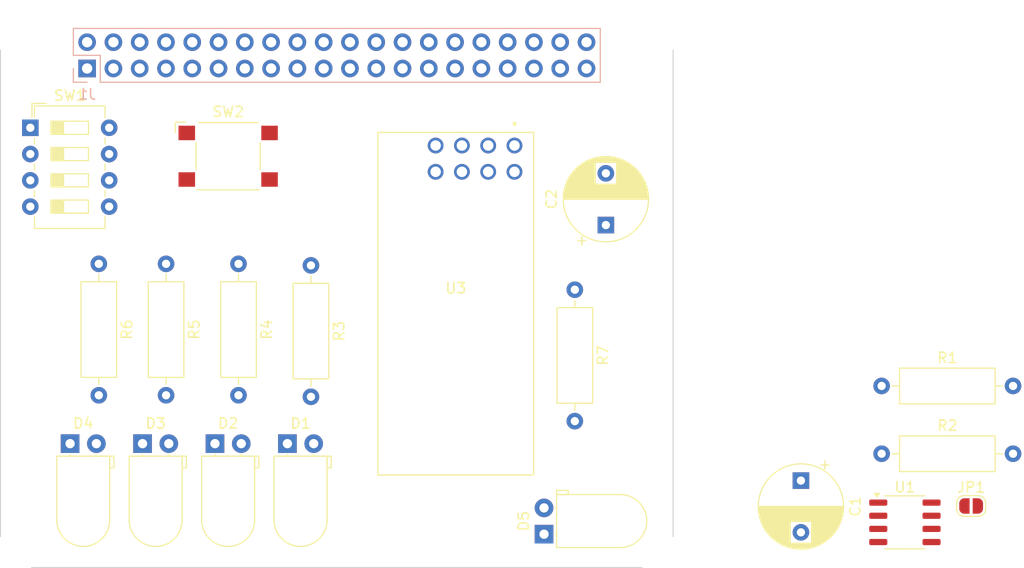
<source format=kicad_pcb>
(kicad_pcb (version 20240108) (generator "pcbnew") (generator_version "8.0")
  (title_block (date "15 nov 2012"))
  (layers (0 "F.Cu" signal) (31 "B.Cu" signal) (34 "B.Paste" user) (35 "F.Paste" user) (36 "B.SilkS" user "B.Silkscreen") (37 "F.SilkS" user "F.Silkscreen") (38 "B.Mask" user) (39 "F.Mask" user) (44 "Edge.Cuts" user))
  (net 0 "")
  (net 1 "GND")
  (net 2 "/GPIO2{slash}SDA1")
  (net 3 "/GPIO3{slash}SCL1")
  (net 4 "/GPIO4{slash}GPCLK0")
  (net 5 "/GPIO14{slash}TXD0")
  (net 6 "/GPIO15{slash}RXD0")
  (net 7 "/GPIO17")
  (net 8 "/GPIO18{slash}PCM.CLK")
  (net 9 "/GPIO27")
  (net 10 "/GPIO22")
  (net 11 "/GPIO23")
  (net 12 "/GPIO26")
  (net 13 "/GPIO24")
  (net 14 "/GPIO10{slash}SPI0.MOSI")
  (net 15 "/GPIO9{slash}SPI0.MISO")
  (net 16 "Net-(D1-A)")
  (net 17 "/GPIO11{slash}SPI0.SCLK")
  (net 18 "CSN")
  (net 19 "/GPIO7{slash}SPI0.CE1")
  (net 20 "/ID_SDA")
  (net 21 "/ID_SCL")
  (net 22 "/GPIO5")
  (net 23 "/GPIO6")
  (net 24 "/GPIO12{slash}PWM0")
  (net 25 "/GPIO13{slash}PWM1")
  (net 26 "/GPIO19{slash}PCM.FS")
  (net 27 "/GPIO16")
  (net 28 "/GPIO20{slash}PCM.DIN")
  (net 29 "/GPIO21{slash}PCM.DOUT")
  (net 30 "+5V")
  (net 31 "+3V3")
  (net 32 "CE")
  (net 33 "Net-(R3-Pad1)")
  (net 34 "Net-(R4-Pad1)")
  (net 35 "Net-(D2-A)")
  (net 36 "Net-(R5-Pad1)")
  (net 37 "Net-(D3-A)")
  (net 38 "Net-(R6-Pad1)")
  (net 39 "Net-(D4-A)")
  (net 40 "Net-(D5-A)")
  (net 41 "Net-(JP1-A)")
  (footprint "MountingHole:MountingHole_2.7mm_M2.5" (layer "F.Cu") (at 161.5 73.5)
    (property "Reference" "MH2" (hide yes))
    (property "Value" "MountingHole_2.7mm_M2.5" (hide yes))
    (pad "" np_thru_hole circle (at 0 0) (size 2.7 2.7) (drill 2.7) (layers "*.Cu" "*.Mask"))
  )
  (footprint "Resistor_THT:R_Axial_DIN0309_L9.0mm_D3.2mm_P12.70mm_Horizontal" (layer "F.Cu") (at 109.5 93.65 -90)
    (property "Reference" "R6" (at 6.35 -2.72 90) (layer "F.SilkS"))
    (property "Value" "220")
    (pad "1" thru_hole circle (at 0 0 270) (size 1.6 1.6) (drill 0.8) (layers "*.Cu" "*.Mask") (net 38 "Net-(R6-Pad1)"))
    (pad "2" thru_hole oval (at 12.7 0 270) (size 1.6 1.6) (drill 0.8) (layers "*.Cu" "*.Mask") (net 39 "Net-(D4-A)"))
  )
  (footprint "LED_THT:LED_D5.0mm_Horizontal_O1.27mm_Z3.0mm" (layer "F.Cu") (at 120.725 111.025)
    (property "Reference" "D2" (at 1.27 -1.96 0) (layer "F.SilkS"))
    (property "Value" "LED")
    (pad "1" thru_hole rect (at 0 0) (size 1.8 1.8) (drill 0.9) (layers "*.Cu" "*.Mask") (net 1 "GND"))
    (pad "2" thru_hole circle (at 2.54 0) (size 1.8 1.8) (drill 0.9) (layers "*.Cu" "*.Mask") (net 35 "Net-(D2-A)"))
  )
  (footprint "LED_THT:LED_D5.0mm_Horizontal_O1.27mm_Z3.0mm" (layer "F.Cu") (at 106.725 111.025)
    (property "Reference" "D4" (at 1.27 -1.96 0) (layer "F.SilkS"))
    (property "Value" "LED")
    (pad "1" thru_hole rect (at 0 0) (size 1.8 1.8) (drill 0.9) (layers "*.Cu" "*.Mask") (net 1 "GND"))
    (pad "2" thru_hole circle (at 2.54 0) (size 1.8 1.8) (drill 0.9) (layers "*.Cu" "*.Mask") (net 39 "Net-(D4-A)"))
  )
  (footprint "Resistor_THT:R_Axial_DIN0309_L9.0mm_D3.2mm_P12.70mm_Horizontal" (layer "F.Cu") (at 185.15 105.45)
    (property "Reference" "R1" (at 6.35 -2.72 0) (layer "F.SilkS"))
    (property "Value" "3.9k")
    (pad "1" thru_hole circle (at 0 0) (size 1.6 1.6) (drill 0.8) (layers "*.Cu" "*.Mask") (net 31 "+3V3"))
    (pad "2" thru_hole oval (at 12.7 0) (size 1.6 1.6) (drill 0.8) (layers "*.Cu" "*.Mask") (net 20 "/ID_SDA"))
  )
  (footprint "Button_Switch_SMD:SW_SPST_Omron_B3FS-101xP" (layer "F.Cu") (at 122 83.25)
    (property "Reference" "SW2" (at 0 -4.3 360) (layer "F.SilkS"))
    (property "Value" "SW_Nidec_CAS-120A1")
    (pad "1" smd rect (at -4 -2.25 180) (size 1.6 1.4) (layers "F.Cu" "F.Paste" "F.Mask") (net 1 "GND"))
    (pad "1" smd rect (at 4 -2.25 180) (size 1.6 1.4) (layers "F.Cu" "F.Paste" "F.Mask") (net 1 "GND"))
    (pad "2" smd rect (at -4 2.25 180) (size 1.6 1.4) (layers "F.Cu" "F.Paste" "F.Mask") (net 3 "/GPIO3{slash}SCL1"))
    (pad "2" smd rect (at 4 2.25 180) (size 1.6 1.4) (layers "F.Cu" "F.Paste" "F.Mask") (net 3 "/GPIO3{slash}SCL1"))
  )
  (footprint "LED_THT:LED_D5.0mm_Horizontal_O1.27mm_Z3.0mm" (layer "F.Cu") (at 127.725 111.025)
    (property "Reference" "D1" (at 1.27 -1.96 360) (layer "F.SilkS"))
    (property "Value" "LED")
    (pad "1" thru_hole rect (at 0 0) (size 1.8 1.8) (drill 0.9) (layers "*.Cu" "*.Mask") (net 1 "GND"))
    (pad "2" thru_hole circle (at 2.54 0) (size 1.8 1.8) (drill 0.9) (layers "*.Cu" "*.Mask") (net 16 "Net-(D1-A)"))
  )
  (footprint "Resistor_THT:R_Axial_DIN0309_L9.0mm_D3.2mm_P12.70mm_Horizontal" (layer "F.Cu") (at 116 93.65 -90)
    (property "Reference" "R5" (at 6.35 -2.72 90) (layer "F.SilkS"))
    (property "Value" "220")
    (pad "1" thru_hole circle (at 0 0 270) (size 1.6 1.6) (drill 0.8) (layers "*.Cu" "*.Mask") (net 36 "Net-(R5-Pad1)"))
    (pad "2" thru_hole oval (at 12.7 0 270) (size 1.6 1.6) (drill 0.8) (layers "*.Cu" "*.Mask") (net 37 "Net-(D3-A)"))
  )
  (footprint "LED_THT:LED_D5.0mm_Horizontal_O1.27mm_Z3.0mm" (layer "F.Cu") (at 152.525 119.775 90)
    (property "Reference" "D5" (at 1.27 -1.96 90) (layer "F.SilkS"))
    (property "Value" "LED")
    (pad "1" thru_hole rect (at 0 0 90) (size 1.8 1.8) (drill 0.9) (layers "*.Cu" "*.Mask") (net 1 "GND"))
    (pad "2" thru_hole circle (at 2.54 0 90) (size 1.8 1.8) (drill 0.9) (layers "*.Cu" "*.Mask") (net 40 "Net-(D5-A)"))
  )
  (footprint "MountingHole:MountingHole_2.7mm_M2.5" (layer "F.Cu") (at 103.5 96.5)
    (property "Reference" "MH3" (hide yes))
    (property "Value" "MountingHole_2.7mm_M2.5" (hide yes))
    (pad "" np_thru_hole circle (at 0 0) (size 2.7 2.7) (drill 2.7) (layers "*.Cu" "*.Mask"))
  )
  (footprint "MountingHole:MountingHole_2.7mm_M2.5" (layer "F.Cu") (at 103.5 73.5)
    (property "Reference" "MH1" (hide yes))
    (property "Value" "MountingHole_2.7mm_M2.5" (hide yes))
    (pad "" np_thru_hole circle (at 0 0) (size 2.7 2.7) (drill 2.7) (layers "*.Cu" "*.Mask"))
  )
  (footprint "Resistor_THT:R_Axial_DIN0309_L9.0mm_D3.2mm_P12.70mm_Horizontal" (layer "F.Cu") (at 123 93.65 -90)
    (property "Reference" "R4" (at 6.35 -2.72 90) (layer "F.SilkS"))
    (property "Value" "220")
    (pad "1" thru_hole circle (at 0 0 270) (size 1.6 1.6) (drill 0.8) (layers "*.Cu" "*.Mask") (net 34 "Net-(R4-Pad1)"))
    (pad "2" thru_hole oval (at 12.7 0 270) (size 1.6 1.6) (drill 0.8) (layers "*.Cu" "*.Mask") (net 35 "Net-(D2-A)"))
  )
  (footprint "Button_Switch_THT:SW_DIP_SPSTx04_Slide_6.7x11.72mm_W7.62mm_P2.54mm_LowProfile" (layer "F.Cu") (at 102.88 80.5)
    (property "Reference" "SW1" (at 3.81 -3.11 360) (layer "F.SilkS"))
    (property "Value" "SW_DIP_x04")
    (pad "1" thru_hole rect (at 0 0) (size 1.6 1.6) (drill 0.8) (layers "*.Cu" "*.Mask") (net 6 "/GPIO15{slash}RXD0"))
    (pad "2" thru_hole oval (at 0 2.54) (size 1.6 1.6) (drill 0.8) (layers "*.Cu" "*.Mask") (net 8 "/GPIO18{slash}PCM.CLK"))
    (pad "3" thru_hole oval (at 0 5.08) (size 1.6 1.6) (drill 0.8) (layers "*.Cu" "*.Mask") (net 11 "/GPIO23"))
    (pad "4" thru_hole oval (at 0 7.62) (size 1.6 1.6) (drill 0.8) (layers "*.Cu" "*.Mask") (net 13 "/GPIO24"))
    (pad "5" thru_hole oval (at 7.62 7.62) (size 1.6 1.6) (drill 0.8) (layers "*.Cu" "*.Mask") (net 38 "Net-(R6-Pad1)"))
    (pad "6" thru_hole oval (at 7.62 5.08) (size 1.6 1.6) (drill 0.8) (layers "*.Cu" "*.Mask") (net 36 "Net-(R5-Pad1)"))
    (pad "7" thru_hole oval (at 7.62 2.54) (size 1.6 1.6) (drill 0.8) (layers "*.Cu" "*.Mask") (net 34 "Net-(R4-Pad1)"))
    (pad "8" thru_hole oval (at 7.62 0) (size 1.6 1.6) (drill 0.8) (layers "*.Cu" "*.Mask") (net 33 "Net-(R3-Pad1)"))
  )
  (footprint "MountingHole:MountingHole_2.7mm_M2.5" (layer "F.Cu") (at 161.5 96.5)
    (property "Reference" "MH4" (hide yes))
    (property "Value" "MountingHole_2.7mm_M2.5" (hide yes))
    (pad "" np_thru_hole circle (at 0 0) (size 2.7 2.7) (drill 2.7) (layers "*.Cu" "*.Mask"))
  )
  (footprint "NRF24L01P-MODULE-PCB:XCVR_NRF24L01P-MODULE-PCB" (layer "F.Cu") (at 144 97.5 -90)
    (property "Reference" "U3" (at -1.5 0 180) (layer "F.SilkS"))
    (property "Value" "NRF24L01P")
    (pad "1" thru_hole circle (at -15.2844 -5.6689 270) (size 1.524 1.524) (drill 1.016) (layers "*.Cu" "*.Mask") (net 1 "GND"))
    (pad "2" thru_hole circle (at -12.7445 -5.6689 270) (size 1.524 1.524) (drill 1.016) (layers "*.Cu" "*.Mask") (net 31 "+3V3"))
    (pad "3" thru_hole circle (at -15.2844 -3.1289 270) (size 1.524 1.524) (drill 1.016) (layers "*.Cu" "*.Mask") (net 32 "CE"))
    (pad "4" thru_hole circle (at -12.7445 -3.1289 270) (size 1.524 1.524) (drill 1.016) (layers "*.Cu" "*.Mask") (net 18 "CSN"))
    (pad "5" thru_hole circle (at -15.2844 -0.5889 270) (size 1.524 1.524) (drill 1.016) (layers "*.Cu" "*.Mask") (net 17 "/GPIO11{slash}SPI0.SCLK"))
    (pad "6" thru_hole circle (at -12.7445 -0.5889 270) (size 1.524 1.524) (drill 1.016) (layers "*.Cu" "*.Mask") (net 14 "/GPIO10{slash}SPI0.MOSI"))
    (pad "7" thru_hole circle (at -15.2844 1.9511 270) (size 1.524 1.524) (drill 1.016) (layers "*.Cu" "*.Mask") (net 15 "/GPIO9{slash}SPI0.MISO"))
    (pad "8" thru_hole circle (at -12.7445 1.9511 270) (size 1.524 1.524) (drill 1.016) (layers "*.Cu" "*.Mask"))
  )
  (footprint "Jumper:SolderJumper-2_P1.3mm_Open_RoundedPad1.0x1.5mm" (layer "F.Cu") (at 193.8 117.05)
    (property "Reference" "JP1" (at 0 -1.8 0) (layer "F.SilkS"))
    (property "Value" "ID_WP")
    (pad "1" smd custom (at -0.65 0) (size 1 0.5) (layers "F.Cu" "F.Mask") (net 41 "Net-(JP1-A)") (options (clearance outline) (anchor rect)) (primitives (gr_circle (center 0 0.25) (end 0.5 0.25) (width 0) (fill yes)) (gr_circle (center 0 -0.25) (end 0.5 -0.25) (width 0) (fill yes)) (gr_poly (pts (xy 0.5 0.75) (xy 0 0.75) (xy 0 -0.75) (xy 0.5 -0.75)) (width 0) (fill yes))))
    (pad "2" smd custom (at 0.65 0) (size 1 0.5) (layers "F.Cu" "F.Mask") (net 31 "+3V3") (options (clearance outline) (anchor rect)) (primitives (gr_circle (center 0 0.25) (end 0.5 0.25) (width 0) (fill yes)) (gr_circle (center 0 -0.25) (end 0.5 -0.25) (width 0) (fill yes)) (gr_poly (pts (xy 0 0.75) (xy -0.5 0.75) (xy -0.5 -0.75) (xy 0 -0.75)) (width 0) (fill yes))))
  )
  (footprint "Capacitor_THT:CP_Radial_D8.0mm_P5.00mm" (layer "F.Cu") (at 158.5 89.902651 90)
    (property "Reference" "C2" (at 2.5 -5.25 90) (layer "F.SilkS"))
    (property "Value" "47uF")
    (pad "1" thru_hole rect (at 0 0 90) (size 1.6 1.6) (drill 0.8) (layers "*.Cu" "*.Mask") (net 31 "+3V3"))
    (pad "2" thru_hole circle (at 5 0 90) (size 1.6 1.6) (drill 0.8) (layers "*.Cu" "*.Mask") (net 1 "GND"))
  )
  (footprint "Resistor_THT:R_Axial_DIN0309_L9.0mm_D3.2mm_P12.70mm_Horizontal" (layer "F.Cu") (at 130 93.8 -90)
    (property "Reference" "R3" (at 6.35 -2.72 90) (layer "F.SilkS"))
    (property "Value" "220")
    (pad "1" thru_hole circle (at 0 0 270) (size 1.6 1.6) (drill 0.8) (layers "*.Cu" "*.Mask") (net 33 "Net-(R3-Pad1)"))
    (pad "2" thru_hole oval (at 12.7 0 270) (size 1.6 1.6) (drill 0.8) (layers "*.Cu" "*.Mask") (net 16 "Net-(D1-A)"))
  )
  (footprint "LED_THT:LED_D5.0mm_Horizontal_O1.27mm_Z3.0mm" (layer "F.Cu") (at 113.725 111.025)
    (property "Reference" "D3" (at 1.27 -1.96 0) (layer "F.SilkS"))
    (property "Value" "LED")
    (pad "1" thru_hole rect (at 0 0) (size 1.8 1.8) (drill 0.9) (layers "*.Cu" "*.Mask") (net 1 "GND"))
    (pad "2" thru_hole circle (at 2.54 0) (size 1.8 1.8) (drill 0.9) (layers "*.Cu" "*.Mask") (net 37 "Net-(D3-A)"))
  )
  (footprint "Package_SO:SO-8_3.9x4.9mm_P1.27mm" (layer "F.Cu") (at 187.4 118.63)
    (property "Reference" "U1" (at 0 -3.4 0) (layer "F.SilkS"))
    (property "Value" "CAT24C256")
    (pad "1" smd roundrect (at -2.575 -1.905) (size 1.75 0.6) (layers "F.Cu" "F.Paste" "F.Mask"))
    (pad "2" smd roundrect (at -2.575 -0.635) (size 1.75 0.6) (layers "F.Cu" "F.Paste" "F.Mask"))
    (pad "3" smd roundrect (at -2.575 0.635) (size 1.75 0.6) (layers "F.Cu" "F.Paste" "F.Mask"))
    (pad "4" smd roundrect (at -2.575 1.905) (size 1.75 0.6) (layers "F.Cu" "F.Paste" "F.Mask") (net 1 "GND"))
    (pad "5" smd roundrect (at 2.575 1.905) (size 1.75 0.6) (layers "F.Cu" "F.Paste" "F.Mask") (net 20 "/ID_SDA"))
    (pad "6" smd roundrect (at 2.575 0.635) (size 1.75 0.6) (layers "F.Cu" "F.Paste" "F.Mask") (net 21 "/ID_SCL"))
    (pad "7" smd roundrect (at 2.575 -0.635) (size 1.75 0.6) (layers "F.Cu" "F.Paste" "F.Mask") (net 41 "Net-(JP1-A)"))
    (pad "8" smd roundrect (at 2.575 -1.905) (size 1.75 0.6) (layers "F.Cu" "F.Paste" "F.Mask") (net 31 "+3V3"))
  )
  (footprint "Resistor_THT:R_Axial_DIN0309_L9.0mm_D3.2mm_P12.70mm_Horizontal" (layer "F.Cu") (at 155.5 96.15 -90)
    (property "Reference" "R7" (at 6.35 -2.72 90) (layer "F.SilkS"))
    (property "Value" "220")
    (pad "1" thru_hole circle (at 0 0 270) (size 1.6 1.6) (drill 0.8) (layers "*.Cu" "*.Mask") (net 29 "/GPIO21{slash}PCM.DOUT"))
    (pad "2" thru_hole oval (at 12.7 0 270) (size 1.6 1.6) (drill 0.8) (layers "*.Cu" "*.Mask") (net 40 "Net-(D5-A)"))
  )
  (footprint "Resistor_THT:R_Axial_DIN0309_L9.0mm_D3.2mm_P12.70mm_Horizontal" (layer "F.Cu") (at 185.15 112)
    (property "Reference" "R2" (at 6.35 -2.72 0) (layer "F.SilkS"))
    (property "Value" "3.9k")
    (pad "1" thru_hole circle (at 0 0) (size 1.6 1.6) (drill 0.8) (layers "*.Cu" "*.Mask") (net 31 "+3V3"))
    (pad "2" thru_hole oval (at 12.7 0) (size 1.6 1.6) (drill 0.8) (layers "*.Cu" "*.Mask") (net 21 "/ID_SCL"))
  )
  (footprint "Capacitor_THT:CP_Radial_D8.0mm_P5.00mm" (layer "F.Cu") (at 177.35 114.597349 -90)
    (property "Reference" "C1" (at 2.5 -5.25 90) (layer "F.SilkS"))
    (property "Value" "100n")
    (pad "1" thru_hole rect (at 0 0 270) (size 1.6 1.6) (drill 0.8) (layers "*.Cu" "*.Mask") (net 31 "+3V3"))
    (pad "2" thru_hole circle (at 5 0 270) (size 1.6 1.6) (drill 0.8) (layers "*.Cu" "*.Mask") (net 1 "GND"))
  )
  (footprint "Connector_PinSocket_2.54mm:PinSocket_2x20_P2.54mm_Vertical" (layer "B.Cu") (at 108.37 74.77 -90)
    (property "Reference" "J1" (at 2.5 0 0) (layer "B.SilkS") (effects (justify mirror)))
    (property "Value" "GPIO")
    (pad "1" thru_hole rect (at 0 0 270) (size 1.7 1.7) (drill 1) (layers "*.Cu" "*.Mask") (net 31 "+3V3"))
    (pad "2" thru_hole oval (at -2.54 0 270) (size 1.7 1.7) (drill 1) (layers "*.Cu" "*.Mask") (net 30 "+5V"))
    (pad "3" thru_hole oval (at 0 -2.54 270) (size 1.7 1.7) (drill 1) (layers "*.Cu" "*.Mask") (net 2 "/GPIO2{slash}SDA1"))
    (pad "4" thru_hole oval (at -2.54 -2.54 270) (size 1.7 1.7) (drill 1) (layers "*.Cu" "*.Mask") (net 30 "+5V"))
    (pad "5" thru_hole oval (at 0 -5.08 270) (size 1.7 1.7) (drill 1) (layers "*.Cu" "*.Mask") (net 3 "/GPIO3{slash}SCL1"))
    (pad "6" thru_hole oval (at -2.54 -5.08 270) (size 1.7 1.7) (drill 1) (layers "*.Cu" "*.Mask") (net 1 "GND"))
    (pad "7" thru_hole oval (at 0 -7.62 270) (size 1.7 1.7) (drill 1) (layers "*.Cu" "*.Mask") (net 4 "/GPIO4{slash}GPCLK0"))
    (pad "8" thru_hole oval (at -2.54 -7.62 270) (size 1.7 1.7) (drill 1) (layers "*.Cu" "*.Mask") (net 5 "/GPIO14{slash}TXD0"))
    (pad "9" thru_hole oval (at 0 -10.16 270) (size 1.7 1.7) (drill 1) (layers "*.Cu" "*.Mask") (net 1 "GND"))
    (pad "10" thru_hole oval (at -2.54 -10.16 270) (size 1.7 1.7) (drill 1) (layers "*.Cu" "*.Mask") (net 6 "/GPIO15{slash}RXD0"))
    (pad "11" thru_hole oval (at 0 -12.7 270) (size 1.7 1.7) (drill 1) (layers "*.Cu" "*.Mask") (net 7 "/GPIO17"))
    (pad "12" thru_hole oval (at -2.54 -12.7 270) (size 1.7 1.7) (drill 1) (layers "*.Cu" "*.Mask") (net 8 "/GPIO18{slash}PCM.CLK"))
    (pad "13" thru_hole oval (at 0 -15.24 270) (size 1.7 1.7) (drill 1) (layers "*.Cu" "*.Mask") (net 9 "/GPIO27"))
    (pad "14" thru_hole oval (at -2.54 -15.24 270) (size 1.7 1.7) (drill 1) (layers "*.Cu" "*.Mask") (net 1 "GND"))
    (pad "15" thru_hole oval (at 0 -17.78 270) (size 1.7 1.7) (drill 1) (layers "*.Cu" "*.Mask") (net 10 "/GPIO22"))
    (pad "16" thru_hole oval (at -2.54 -17.78 270) (size 1.7 1.7) (drill 1) (layers "*.Cu" "*.Mask") (net 11 "/GPIO23"))
    (pad "17" thru_hole oval (at 0 -20.32 270) (size 1.7 1.7) (drill 1) (layers "*.Cu" "*.Mask") (net 31 "+3V3"))
    (pad "18" thru_hole oval (at -2.54 -20.32 270) (size 1.7 1.7) (drill 1) (layers "*.Cu" "*.Mask") (net 13 "/GPIO24"))
    (pad "19" thru_hole oval (at 0 -22.86 270) (size 1.7 1.7) (drill 1) (layers "*.Cu" "*.Mask") (net 14 "/GPIO10{slash}SPI0.MOSI"))
    (pad "20" thru_hole oval (at -2.54 -22.86 270) (size 1.7 1.7) (drill 1) (layers "*.Cu" "*.Mask") (net 1 "GND"))
    (pad "21" thru_hole oval (at 0 -25.4 270) (size 1.7 1.7) (drill 1) (layers "*.Cu" "*.Mask") (net 15 "/GPIO9{slash}SPI0.MISO"))
    (pad "22" thru_hole oval (at -2.54 -25.4 270) (size 1.7 1.7) (drill 1) (layers "*.Cu" "*.Mask") (net 32 "CE"))
    (pad "23" thru_hole oval (at 0 -27.94 270) (size 1.7 1.7) (drill 1) (layers "*.Cu" "*.Mask") (net 17 "/GPIO11{slash}SPI0.SCLK"))
    (pad "24" thru_hole oval (at -2.54 -27.94 270) (size 1.7 1.7) (drill 1) (layers "*.Cu" "*.Mask") (net 18 "CSN"))
    (pad "25" thru_hole oval (at 0 -30.48 270) (size 1.7 1.7) (drill 1) (layers "*.Cu" "*.Mask") (net 1 "GND"))
    (pad "26" thru_hole oval (at -2.54 -30.48 270) (size 1.7 1.7) (drill 1) (layers "*.Cu" "*.Mask") (net 19 "/GPIO7{slash}SPI0.CE1"))
    (pad "27" thru_hole oval (at 0 -33.02 270) (size 1.7 1.7) (drill 1) (layers "*.Cu" "*.Mask") (net 20 "/ID_SDA"))
    (pad "28" thru_hole oval (at -2.54 -33.02 270) (size 1.7 1.7) (drill 1) (layers "*.Cu" "*.Mask") (net 21 "/ID_SCL"))
    (pad "29" thru_hole oval (at 0 -35.56 270) (size 1.7 1.7) (drill 1) (layers "*.Cu" "*.Mask") (net 22 "/GPIO5"))
    (pad "30" thru_hole oval (at -2.54 -35.56 270) (size 1.7 1.7) (drill 1) (layers "*.Cu" "*.Mask") (net 1 "GND"))
    (pad "31" thru_hole oval (at 0 -38.1 270) (size 1.7 1.7) (drill 1) (layers "*.Cu" "*.Mask") (net 23 "/GPIO6"))
    (pad "32" thru_hole oval (at -2.54 -38.1 270) (size 1.7 1.7) (drill 1) (layers "*.Cu" "*.Mask") (net 24 "/GPIO12{slash}PWM0"))
    (pad "33" thru_hole oval (at 0 -40.64 270) (size 1.7 1.7) (drill 1) (layers "*.Cu" "*.Mask") (net 25 "/GPIO13{slash}PWM1"))
    (pad "34" thru_hole oval (at -2.54 -40.64 270) (size 1.7 1.7) (drill 1) (layers "*.Cu" "*.Mask") (net 1 "GND"))
    (pad "35" thru_hole oval (at 0 -43.18 270) (size 1.7 1.7) (drill 1) (layers "*.Cu" "*.Mask") (net 26 "/GPIO19{slash}PCM.FS"))
    (pad "36" thru_hole oval (at -2.54 -43.18 270) (size 1.7 1.7) (drill 1) (layers "*.Cu" "*.Mask") (net 27 "/GPIO16"))
    (pad "37" thru_hole oval (at 0 -45.72 270) (size 1.7 1.7) (drill 1) (layers "*.Cu" "*.Mask") (net 12 "/GPIO26"))
    (pad "38" thru_hole oval (at -2.54 -45.72 270) (size 1.7 1.7) (drill 1) (layers "*.Cu" "*.Mask") (net 28 "/GPIO20{slash}PCM.DIN"))
    (pad "39" thru_hole oval (at 0 -48.26 270) (size 1.7 1.7) (drill 1) (layers "*.Cu" "*.Mask") (net 1 "GND"))
    (pad "40" thru_hole oval (at -2.54 -48.26 270) (size 1.7 1.7) (drill 1) (layers "*.Cu" "*.Mask") (net 29 "/GPIO21{slash}PCM.DOUT"))
  )
  (gr_line (start 165 120) (end 165 73) (stroke (width 0.1)) (layer "Edge.Cuts"))
  (gr_line (start 100 73) (end 100 120) (stroke (width 0.1)) (layer "Edge.Cuts"))
  (gr_line (start 103 123) (end 162 123) (stroke (width 0.1)) (layer "Edge.Cuts"))
)
</source>
